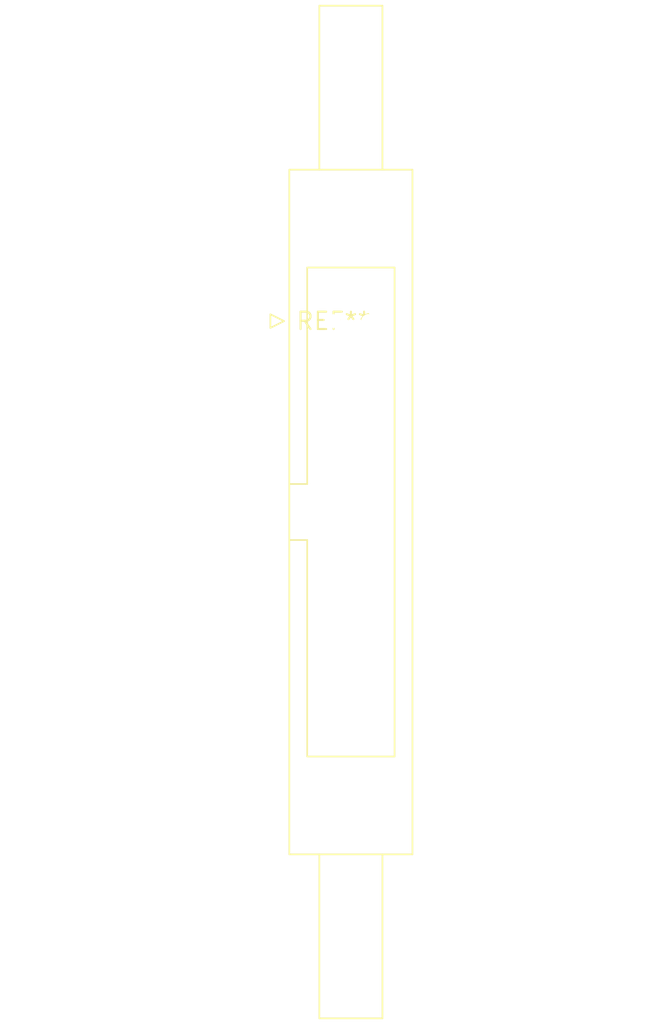
<source format=kicad_pcb>
(kicad_pcb (version 20240108) (generator pcbnew)
  (layers (0 "F.Cu" signal) (31 "B.Cu" signal) (34 "B.Paste" user) (35 "F.Paste" user) (36 "B.SilkS" user "B.Silkscreen") (37 "F.SilkS" user "F.Silkscreen") (38 "B.Mask" user) (39 "F.Mask" user) (44 "Edge.Cuts" user))
  (net 0 "")
  (footprint "IDC-Header_2x12_P2.54mm_Latch12.0mm_Vertical" (layer "F.Cu") (at 0 0)
    (property "Reference" "REF**")
    (property "Value" "IDC-Header_2x12_P2.54mm_Latch12.0mm_Vertical")
    (fp_line (start -4.63 -0.5) (end -4.63 0.5) (layer "F.SilkS") (stroke (width 0.12)))
    (fp_line (start -4.63 0.5) (end -3.63 0) (layer "F.SilkS") (stroke (width 0.12)))
    (fp_line (start -3.63 0) (end -4.63 -0.5) (layer "F.SilkS") (stroke (width 0.12)))
    (fp_line (start -3.24 -11.08) (end 5.78 -11.08) (layer "F.SilkS") (stroke (width 0.12)))
    (fp_line (start -3.24 11.92) (end -1.93 11.92) (layer "F.SilkS") (stroke (width 0.12)))
    (fp_line (start -3.24 39.02) (end -3.24 -11.08) (layer "F.SilkS") (stroke (width 0.12)))
    (fp_line (start -1.93 -3.92) (end 4.47 -3.92) (layer "F.SilkS") (stroke (width 0.12)))
    (fp_line (start -1.93 11.92) (end -1.93 -3.92) (layer "F.SilkS") (stroke (width 0.12)))
    (fp_line (start -1.93 16.02) (end -3.24 16.02) (layer "F.SilkS") (stroke (width 0.12)))
    (fp_line (start -1.93 16.02) (end -1.93 16.02) (layer "F.SilkS") (stroke (width 0.12)))
    (fp_line (start -1.93 31.86) (end -1.93 16.02) (layer "F.SilkS") (stroke (width 0.12)))
    (fp_line (start -1.04 -23.08) (end 3.58 -23.08) (layer "F.SilkS") (stroke (width 0.12)))
    (fp_line (start -1.04 -11.08) (end -1.04 -23.08) (layer "F.SilkS") (stroke (width 0.12)))
    (fp_line (start -1.04 39.02) (end -1.04 51.02) (layer "F.SilkS") (stroke (width 0.12)))
    (fp_line (start -1.04 51.02) (end 3.58 51.02) (layer "F.SilkS") (stroke (width 0.12)))
    (fp_line (start 3.58 -23.08) (end 3.58 -11.08) (layer "F.SilkS") (stroke (width 0.12)))
    (fp_line (start 3.58 51.02) (end 3.58 39.02) (layer "F.SilkS") (stroke (width 0.12)))
    (fp_line (start 4.47 -3.92) (end 4.47 31.86) (layer "F.SilkS") (stroke (width 0.12)))
    (fp_line (start 4.47 31.86) (end -1.93 31.86) (layer "F.SilkS") (stroke (width 0.12)))
    (fp_line (start 5.78 -11.08) (end 5.78 39.02) (layer "F.SilkS") (stroke (width 0.12)))
    (fp_line (start 5.78 39.02) (end -3.24 39.02) (layer "F.SilkS") (stroke (width 0.12)))
    (pad "1" thru_hole roundrect (at 0 0) (size 1.7 1.7) (drill 1) (layers *.Cu *.Mask) (remove_unused_layers) (roundrect_rratio 0.147059))
    (pad "2" thru_hole circle (at 2.54 0) (size 1.7 1.7) (drill 1) (layers *.Cu *.Mask) (remove_unused_layers))
    (pad "3" thru_hole circle (at 0 2.54) (size 1.7 1.7) (drill 1) (layers *.Cu *.Mask) (remove_unused_layers))
    (pad "4" thru_hole circle (at 2.54 2.54) (size 1.7 1.7) (drill 1) (layers *.Cu *.Mask) (remove_unused_layers))
    (pad "5" thru_hole circle (at 0 5.08) (size 1.7 1.7) (drill 1) (layers *.Cu *.Mask) (remove_unused_layers))
    (pad "6" thru_hole circle (at 2.54 5.08) (size 1.7 1.7) (drill 1) (layers *.Cu *.Mask) (remove_unused_layers))
    (pad "7" thru_hole circle (at 0 7.62) (size 1.7 1.7) (drill 1) (layers *.Cu *.Mask) (remove_unused_layers))
    (pad "8" thru_hole circle (at 2.54 7.62) (size 1.7 1.7) (drill 1) (layers *.Cu *.Mask) (remove_unused_layers))
    (pad "9" thru_hole circle (at 0 10.16) (size 1.7 1.7) (drill 1) (layers *.Cu *.Mask) (remove_unused_layers))
    (pad "10" thru_hole circle (at 2.54 10.16) (size 1.7 1.7) (drill 1) (layers *.Cu *.Mask) (remove_unused_layers))
    (pad "11" thru_hole circle (at 0 12.7) (size 1.7 1.7) (drill 1) (layers *.Cu *.Mask) (remove_unused_layers))
    (pad "12" thru_hole circle (at 2.54 12.7) (size 1.7 1.7) (drill 1) (layers *.Cu *.Mask) (remove_unused_layers))
    (pad "13" thru_hole circle (at 0 15.24) (size 1.7 1.7) (drill 1) (layers *.Cu *.Mask) (remove_unused_layers))
    (pad "14" thru_hole circle (at 2.54 15.24) (size 1.7 1.7) (drill 1) (layers *.Cu *.Mask) (remove_unused_layers))
    (pad "15" thru_hole circle (at 0 17.78) (size 1.7 1.7) (drill 1) (layers *.Cu *.Mask) (remove_unused_layers))
    (pad "16" thru_hole circle (at 2.54 17.78) (size 1.7 1.7) (drill 1) (layers *.Cu *.Mask) (remove_unused_layers))
    (pad "17" thru_hole circle (at 0 20.32) (size 1.7 1.7) (drill 1) (layers *.Cu *.Mask) (remove_unused_layers))
    (pad "18" thru_hole circle (at 2.54 20.32) (size 1.7 1.7) (drill 1) (layers *.Cu *.Mask) (remove_unused_layers))
    (pad "19" thru_hole circle (at 0 22.86) (size 1.7 1.7) (drill 1) (layers *.Cu *.Mask) (remove_unused_layers))
    (pad "20" thru_hole circle (at 2.54 22.86) (size 1.7 1.7) (drill 1) (layers *.Cu *.Mask) (remove_unused_layers))
    (pad "21" thru_hole circle (at 0 25.4) (size 1.7 1.7) (drill 1) (layers *.Cu *.Mask) (remove_unused_layers))
    (pad "22" thru_hole circle (at 2.54 25.4) (size 1.7 1.7) (drill 1) (layers *.Cu *.Mask) (remove_unused_layers))
    (pad "23" thru_hole circle (at 0 27.94) (size 1.7 1.7) (drill 1) (layers *.Cu *.Mask) (remove_unused_layers))
    (pad "24" thru_hole circle (at 2.54 27.94) (size 1.7 1.7) (drill 1) (layers *.Cu *.Mask) (remove_unused_layers))
  )
)
</source>
